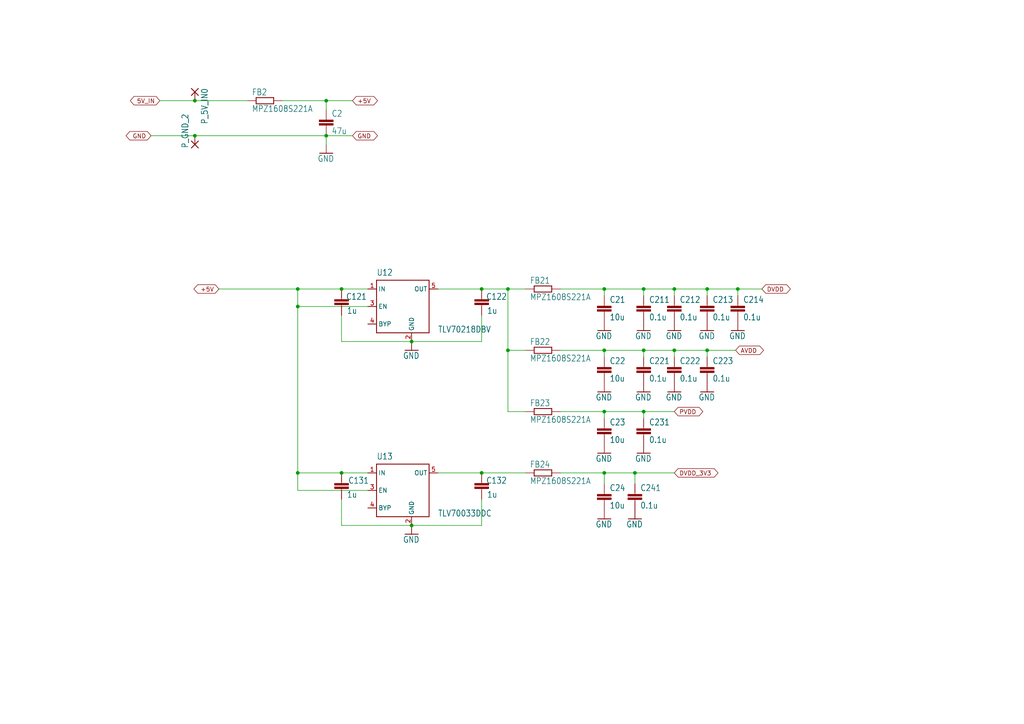
<source format=kicad_sch>
(kicad_sch (version 20211123) (generator eeschema)
  (paper "A4")
  (title_block (title "N64Adv2") (rev "v20231105") (company "Peter 'borti4938' Bartmann") (comment 1 "Schematic and PCB (c) 2021 - 2023 by Peter Bartmann") (comment 2 "N64Adv2_20231105") (comment 3 "Licensed under CERN-OHL-W v2"))
  (lib_symbols
    (symbol "n64adv2-eagle-import:C-EUC0603"
      (property "Reference" "C" (at 1.524 0.381 0))
      (property "Value" "C-EUC0603" (at 1.524 -4.699 0))
      (symbol "C-EUC0603_1_0"
        (rectangle (start -2.032 -2.032) (end 2.032 -1.524) (fill (type outline)))
        (rectangle (start -2.032 -1.016) (end 2.032 -0.508) (fill (type outline)))
        (polyline (pts (xy 0 -2.54) (xy 0 -2.032)) (stroke (width 0.1524)))
        (polyline (pts (xy 0 0) (xy 0 -0.508)) (stroke (width 0.1524)))
        (pin passive line (at 0 2.54 270) (length 2.54) (name "1") (number "1"))
        (pin passive line (at 0 -5.08 90) (length 2.54) (name "2") (number "2"))
      )
    )
    (symbol "n64adv2-eagle-import:C-EUC0805"
      (property "Reference" "C" (at 1.524 0.381 0))
      (property "Value" "C-EUC0805" (at 1.524 -4.699 0))
      (symbol "C-EUC0805_1_0"
        (rectangle (start -2.032 -2.032) (end 2.032 -1.524) (fill (type outline)))
        (rectangle (start -2.032 -1.016) (end 2.032 -0.508) (fill (type outline)))
        (polyline (pts (xy 0 -2.54) (xy 0 -2.032)) (stroke (width 0.1524)))
        (polyline (pts (xy 0 0) (xy 0 -0.508)) (stroke (width 0.1524)))
        (pin passive line (at 0 2.54 270) (length 2.54) (name "1") (number "1"))
        (pin passive line (at 0 -5.08 90) (length 2.54) (name "2") (number "2"))
      )
    )
    (symbol "n64adv2-eagle-import:GND" (power)
      (property "Value" "GND" (at -2.54 -2.54 0))
      (symbol "GND_1_0"
        (polyline (pts (xy -1.905 0) (xy 1.905 0)) (stroke (width 0.254)))
        (pin power_in line (at 0 2.54 270) (length 2.54) (name "GND") (number "1"))
      )
    )
    (symbol "n64adv2-eagle-import:MIC5219XX"
      (property "Reference" "IC" (at -7.62 8.89 0))
      (property "Value" "MIC5219XX" (at 10.16 -7.62 0))
      (symbol "MIC5219XX_1_0"
        (polyline (pts (xy -7.62 -7.62) (xy -7.62 7.62)) (stroke (width 0.254)))
        (polyline (pts (xy -7.62 7.62) (xy 7.62 7.62)) (stroke (width 0.254)))
        (polyline (pts (xy 7.62 -7.62) (xy -7.62 -7.62)) (stroke (width 0.254)))
        (polyline (pts (xy 7.62 7.62) (xy 7.62 -7.62)) (stroke (width 0.254)))
        (pin input line (at -10.16 5.08 0) (length 2.54) (name "IN") (number "1"))
        (pin power_in line (at 2.54 -10.16 90) (length 2.54) (name "GND") (number "2"))
        (pin input line (at -10.16 0 0) (length 2.54) (name "EN") (number "3"))
        (pin passive line (at -10.16 -5.08 0) (length 2.54) (name "BYP") (number "4"))
        (pin output line (at 10.16 5.08 180) (length 2.54) (name "OUT") (number "5"))
      )
    )
    (symbol "n64adv2-eagle-import:R-EU_R0603"
      (property "Reference" "R" (at -3.81 1.4986 0))
      (property "Value" "R-EU_R0603" (at -3.81 -3.302 0))
      (symbol "R-EU_R0603_1_0"
        (polyline (pts (xy -2.54 -0.889) (xy -2.54 0.889)) (stroke (width 0.254)))
        (polyline (pts (xy -2.54 -0.889) (xy 2.54 -0.889)) (stroke (width 0.254)))
        (polyline (pts (xy 2.54 -0.889) (xy 2.54 0.889)) (stroke (width 0.254)))
        (polyline (pts (xy 2.54 0.889) (xy -2.54 0.889)) (stroke (width 0.254)))
        (pin passive line (at -5.08 0 0) (length 2.54) (name "1") (number "1"))
        (pin passive line (at 5.08 0 180) (length 2.54) (name "2") (number "2"))
      )
    )
    (symbol "n64adv2-eagle-import:SMD2"
      (property "Reference" "PAD" (at -1.143 1.8542 0))
      (property "Value" "SMD2" (at -1.143 -3.302 0))
      (symbol "SMD2_1_0"
        (polyline (pts (xy -1.016 -1.016) (xy 1.016 1.016)) (stroke (width 0.254)))
        (polyline (pts (xy -1.016 1.016) (xy 1.016 -1.016)) (stroke (width 0.254)))
        (pin passive line (at 2.54 0 180) (length 2.54) (name "P") (number "1"))
      )
    )
  )
  (junction (at 94.615 39.37))
  (junction (at 186.69 101.6))
  (junction (at 213.995 83.82))
  (junction (at 205.105 83.82))
  (junction (at 147.32 101.6))
  (junction (at 139.7 137.16))
  (junction (at 139.7 83.82))
  (junction (at 56.515 39.37))
  (junction (at 195.58 83.82))
  (junction (at 184.15 137.16))
  (junction (at 195.58 101.6))
  (junction (at 99.06 137.16))
  (junction (at 205.105 101.6))
  (junction (at 99.06 83.82))
  (junction (at 175.26 101.6))
  (junction (at 86.36 137.16))
  (junction (at 86.36 88.9))
  (junction (at 186.69 119.38))
  (junction (at 86.36 83.82))
  (junction (at 175.26 83.82))
  (junction (at 119.38 152.4))
  (junction (at 186.69 83.82))
  (junction (at 94.615 29.21))
  (junction (at 175.26 119.38))
  (junction (at 119.38 99.06))
  (junction (at 147.32 83.82))
  (junction (at 56.515 29.21))
  (junction (at 175.26 137.16))
  (wire (pts (xy 186.69 119.38) (xy 186.69 121.285)))
  (wire (pts (xy 139.7 137.16) (xy 152.4 137.16)))
  (wire (pts (xy 94.615 41.91) (xy 94.615 39.37)))
  (wire (pts (xy 94.615 29.21) (xy 94.615 31.75)))
  (wire (pts (xy 119.38 99.06) (xy 99.06 99.06)))
  (wire (pts (xy 56.515 29.21) (xy 46.355 29.21)))
  (wire (pts (xy 186.69 101.6) (xy 195.58 101.6)))
  (wire (pts (xy 56.515 29.21) (xy 71.755 29.21)))
  (wire (pts (xy 139.7 152.4) (xy 139.7 144.78)))
  (wire (pts (xy 175.26 83.82) (xy 175.26 85.725)))
  (wire (pts (xy 205.105 101.6) (xy 195.58 101.6)))
  (wire (pts (xy 147.32 119.38) (xy 147.32 101.6)))
  (wire (pts (xy 119.38 152.4) (xy 139.7 152.4)))
  (wire (pts (xy 186.69 83.82) (xy 186.69 85.725)))
  (wire (pts (xy 205.105 83.82) (xy 205.105 85.725)))
  (wire (pts (xy 205.105 103.505) (xy 205.105 101.6)))
  (wire (pts (xy 175.26 101.6) (xy 175.26 103.505)))
  (wire (pts (xy 147.32 83.82) (xy 152.4 83.82)))
  (wire (pts (xy 186.69 119.38) (xy 195.58 119.38)))
  (wire (pts (xy 99.06 99.06) (xy 99.06 91.44)))
  (wire (pts (xy 184.15 137.16) (xy 195.58 137.16)))
  (wire (pts (xy 195.58 101.6) (xy 195.58 103.505)))
  (wire (pts (xy 175.26 119.38) (xy 186.69 119.38)))
  (wire (pts (xy 139.7 83.82) (xy 147.32 83.82)))
  (wire (pts (xy 81.915 29.21) (xy 94.615 29.21)))
  (wire (pts (xy 175.26 137.16) (xy 175.26 140.335)))
  (wire (pts (xy 99.06 152.4) (xy 99.06 144.78)))
  (wire (pts (xy 175.26 119.38) (xy 175.26 121.285)))
  (wire (pts (xy 106.68 88.9) (xy 86.36 88.9)))
  (wire (pts (xy 162.56 119.38) (xy 175.26 119.38)))
  (wire (pts (xy 152.4 101.6) (xy 147.32 101.6)))
  (wire (pts (xy 86.36 137.16) (xy 86.36 142.24)))
  (wire (pts (xy 175.26 83.82) (xy 186.69 83.82)))
  (wire (pts (xy 106.68 142.24) (xy 86.36 142.24)))
  (wire (pts (xy 94.615 29.21) (xy 102.235 29.21)))
  (wire (pts (xy 56.515 39.37) (xy 43.815 39.37)))
  (wire (pts (xy 205.105 101.6) (xy 213.36 101.6)))
  (wire (pts (xy 213.995 85.725) (xy 213.995 83.82)))
  (wire (pts (xy 139.7 91.44) (xy 139.7 99.06)))
  (wire (pts (xy 175.26 101.6) (xy 186.69 101.6)))
  (wire (pts (xy 99.06 83.82) (xy 86.36 83.82)))
  (wire (pts (xy 152.4 119.38) (xy 147.32 119.38)))
  (wire (pts (xy 56.515 39.37) (xy 94.615 39.37)))
  (wire (pts (xy 147.32 101.6) (xy 147.32 83.82)))
  (wire (pts (xy 106.68 137.16) (xy 99.06 137.16)))
  (wire (pts (xy 86.36 83.82) (xy 63.5 83.82)))
  (wire (pts (xy 99.06 137.16) (xy 86.36 137.16)))
  (wire (pts (xy 86.36 88.9) (xy 86.36 83.82)))
  (wire (pts (xy 86.36 137.16) (xy 86.36 88.9)))
  (wire (pts (xy 139.7 99.06) (xy 119.38 99.06)))
  (wire (pts (xy 127 83.82) (xy 139.7 83.82)))
  (wire (pts (xy 184.15 137.16) (xy 184.15 140.335)))
  (wire (pts (xy 127 137.16) (xy 139.7 137.16)))
  (wire (pts (xy 119.38 152.4) (xy 99.06 152.4)))
  (wire (pts (xy 162.56 83.82) (xy 175.26 83.82)))
  (wire (pts (xy 162.56 101.6) (xy 175.26 101.6)))
  (wire (pts (xy 205.105 83.82) (xy 213.995 83.82)))
  (wire (pts (xy 186.69 83.82) (xy 195.58 83.82)))
  (wire (pts (xy 195.58 85.725) (xy 195.58 83.82)))
  (wire (pts (xy 195.58 83.82) (xy 205.105 83.82)))
  (wire (pts (xy 94.615 39.37) (xy 102.235 39.37)))
  (wire (pts (xy 175.26 137.16) (xy 184.15 137.16)))
  (wire (pts (xy 186.69 101.6) (xy 186.69 103.505)))
  (wire (pts (xy 162.56 137.16) (xy 175.26 137.16)))
  (wire (pts (xy 213.995 83.82) (xy 220.98 83.82)))
  (wire (pts (xy 106.68 83.82) (xy 99.06 83.82)))
  (global_label "DVDD" (shape bidirectional) (at 220.98 83.82 0) (effects (font (size 1.2446 1.2446))) (property "Intersheet References" "${INTERSHEET_REFS}" (effects hide)))
  (global_label "PVDD" (shape bidirectional) (at 195.58 119.38 0) (effects (font (size 1.2446 1.2446))) (property "Intersheet References" "${INTERSHEET_REFS}" (effects hide)))
  (global_label "GND" (shape bidirectional) (at 43.815 39.37 180) (effects (font (size 1.2446 1.2446))) (property "Intersheet References" "${INTERSHEET_REFS}" (effects hide)))
  (global_label "+5V" (shape bidirectional) (at 63.5 83.82 180) (effects (font (size 1.2446 1.2446))) (property "Intersheet References" "${INTERSHEET_REFS}" (effects hide)))
  (global_label "AVDD" (shape bidirectional) (at 213.36 101.6 0) (effects (font (size 1.2446 1.2446))) (property "Intersheet References" "${INTERSHEET_REFS}" (effects hide)))
  (global_label "5V_IN" (shape bidirectional) (at 46.355 29.21 180) (effects (font (size 1.2446 1.2446))) (property "Intersheet References" "${INTERSHEET_REFS}" (effects hide)))
  (global_label "+5V" (shape bidirectional) (at 102.235 29.21 0) (effects (font (size 1.2446 1.2446))) (property "Intersheet References" "${INTERSHEET_REFS}" (effects hide)))
  (global_label "GND" (shape bidirectional) (at 102.235 39.37 0) (effects (font (size 1.2446 1.2446))) (property "Intersheet References" "${INTERSHEET_REFS}" (effects hide)))
  (global_label "DVDD_3V3" (shape bidirectional) (at 195.58 137.16 0) (effects (font (size 1.2446 1.2446))) (property "Intersheet References" "${INTERSHEET_REFS}" (effects hide)))
  (symbol (lib_id "n64adv2-eagle-import:C-EUC0805") (at 94.615 34.29 0) (unit 1)
    (property "Reference" "C2" (at 96.139 33.909 0) (effects (font (size 1.778 1.5113)) (justify left bottom)))
    (property "Value" "47u" (at 96.139 38.989 0) (effects (font (size 1.778 1.5113)) (justify left bottom)))
    (property "Footprint" "n64adv2:C0805" (effects hide))
  )
  (symbol (lib_id "n64adv2-eagle-import:GND") (at 186.69 113.665 0) (unit 1)
    (property "Reference" "#GND0131" (effects hide))
    (property "Value" "GND" (at 184.15 116.205 0) (effects (font (size 1.778 1.5113)) (justify left bottom)))
    (property "Footprint" "n64adv2:" (effects hide))
  )
  (symbol (lib_id "n64adv2-eagle-import:GND") (at 119.38 154.94 0) (unit 1)
    (property "Reference" "#GND09" (effects hide))
    (property "Value" "GND" (at 116.84 157.48 0) (effects (font (size 1.778 1.5113)) (justify left bottom)))
    (property "Footprint" "n64adv2:" (effects hide))
  )
  (symbol (lib_id "n64adv2-eagle-import:GND") (at 184.15 150.495 0) (unit 1)
    (property "Reference" "#GND0130" (effects hide))
    (property "Value" "GND" (at 181.61 153.035 0) (effects (font (size 1.778 1.5113)) (justify left bottom)))
    (property "Footprint" "n64adv2:" (effects hide))
  )
  (symbol (lib_id "n64adv2-eagle-import:C-EUC0603") (at 195.58 106.045 0) (unit 1)
    (property "Reference" "C222" (at 197.104 105.664 0) (effects (font (size 1.778 1.5113)) (justify left bottom)))
    (property "Value" "0.1u" (at 197.104 110.744 0) (effects (font (size 1.778 1.5113)) (justify left bottom)))
    (property "Footprint" "n64adv2:C0603" (effects hide))
  )
  (symbol (lib_id "n64adv2-eagle-import:C-EUC0603") (at 205.105 106.045 0) (unit 1)
    (property "Reference" "C223" (at 206.629 105.664 0) (effects (font (size 1.778 1.5113)) (justify left bottom)))
    (property "Value" "0.1u" (at 206.629 110.744 0) (effects (font (size 1.778 1.5113)) (justify left bottom)))
    (property "Footprint" "n64adv2:C0603" (effects hide))
  )
  (symbol (lib_id "n64adv2-eagle-import:GND") (at 195.58 113.665 0) (unit 1)
    (property "Reference" "#GND0132" (effects hide))
    (property "Value" "GND" (at 193.04 116.205 0) (effects (font (size 1.778 1.5113)) (justify left bottom)))
    (property "Footprint" "n64adv2:" (effects hide))
  )
  (symbol (lib_id "n64adv2-eagle-import:R-EU_R0603") (at 76.835 29.21 0) (unit 1)
    (property "Reference" "FB2" (at 73.025 27.7114 0) (effects (font (size 1.778 1.5113)) (justify left bottom)))
    (property "Value" "MPZ1608S221A" (at 73.025 32.512 0) (effects (font (size 1.778 1.5113)) (justify left bottom)))
    (property "Footprint" "n64adv2:R0603" (effects hide))
  )
  (symbol (lib_id "n64adv2-eagle-import:GND") (at 94.615 44.45 0) (unit 1)
    (property "Reference" "#GND017" (effects hide))
    (property "Value" "GND" (at 92.075 46.99 0) (effects (font (size 1.778 1.5113)) (justify left bottom)))
    (property "Footprint" "n64adv2:" (effects hide))
  )
  (symbol (lib_id "n64adv2-eagle-import:C-EUC0603") (at 186.69 106.045 0) (unit 1)
    (property "Reference" "C221" (at 188.214 105.664 0) (effects (font (size 1.778 1.5113)) (justify left bottom)))
    (property "Value" "0.1u" (at 188.214 110.744 0) (effects (font (size 1.778 1.5113)) (justify left bottom)))
    (property "Footprint" "n64adv2:C0603" (effects hide))
  )
  (symbol (lib_id "n64adv2-eagle-import:C-EUC0805") (at 175.26 142.875 0) (unit 1)
    (property "Reference" "C24" (at 176.784 142.494 0) (effects (font (size 1.778 1.5113)) (justify left bottom)))
    (property "Value" "10u" (at 176.784 147.574 0) (effects (font (size 1.778 1.5113)) (justify left bottom)))
    (property "Footprint" "n64adv2:C0805" (effects hide))
  )
  (symbol (lib_id "n64adv2-eagle-import:C-EUC0603") (at 213.995 88.265 0) (unit 1)
    (property "Reference" "C214" (at 215.519 87.884 0) (effects (font (size 1.778 1.5113)) (justify left bottom)))
    (property "Value" "0.1u" (at 215.519 92.964 0) (effects (font (size 1.778 1.5113)) (justify left bottom)))
    (property "Footprint" "n64adv2:C0603" (effects hide))
  )
  (symbol (lib_id "n64adv2-eagle-import:C-EUC0603") (at 184.15 142.875 0) (unit 1)
    (property "Reference" "C241" (at 185.674 142.494 0) (effects (font (size 1.778 1.5113)) (justify left bottom)))
    (property "Value" "0.1u" (at 185.674 147.574 0) (effects (font (size 1.778 1.5113)) (justify left bottom)))
    (property "Footprint" "n64adv2:C0603" (effects hide))
  )
  (symbol (lib_id "n64adv2-eagle-import:SMD2") (at 56.515 26.67 270) (unit 1) (in_bom no)
    (property "Reference" "P_5V_IN0" (at 58.3692 25.527 0) (effects (font (size 1.778 1.5113)) (justify left bottom)))
    (property "Value" "SMD2" (effects hide))
    (property "Footprint" "n64adv2:SMD1,27-2,54" (effects hide))
  )
  (symbol (lib_id "n64adv2-eagle-import:MIC5219XX") (at 116.84 88.9 0) (unit 1)
    (property "Reference" "U12" (at 109.22 80.01 0) (effects (font (size 1.778 1.5113)) (justify left bottom)))
    (property "Value" "TLV70218DBV" (at 127 96.52 0) (effects (font (size 1.778 1.5113)) (justify left bottom)))
    (property "Footprint" "n64adv2:SOT23-5" (effects hide))
  )
  (symbol (lib_id "n64adv2-eagle-import:SMD2") (at 56.515 41.91 90) (unit 1) (in_bom no)
    (property "Reference" "P_GND_2" (at 54.6608 43.053 0) (effects (font (size 1.778 1.5113)) (justify left bottom)))
    (property "Value" "SMD2" (effects hide))
    (property "Footprint" "n64adv2:SMD1,27-2,54" (effects hide))
  )
  (symbol (lib_id "n64adv2-eagle-import:R-EU_R0603") (at 157.48 101.6 0) (unit 1)
    (property "Reference" "FB22" (at 153.67 100.1014 0) (effects (font (size 1.778 1.5113)) (justify left bottom)))
    (property "Value" "MPZ1608S221A" (at 153.67 104.902 0) (effects (font (size 1.778 1.5113)) (justify left bottom)))
    (property "Footprint" "n64adv2:R0603" (effects hide))
  )
  (symbol (lib_id "n64adv2-eagle-import:C-EUC0805") (at 175.26 88.265 0) (unit 1)
    (property "Reference" "C21" (at 176.784 87.884 0) (effects (font (size 1.778 1.5113)) (justify left bottom)))
    (property "Value" "10u" (at 176.784 92.964 0) (effects (font (size 1.778 1.5113)) (justify left bottom)))
    (property "Footprint" "n64adv2:C0805" (effects hide))
  )
  (symbol (lib_id "n64adv2-eagle-import:R-EU_R0603") (at 157.48 137.16 0) (unit 1)
    (property "Reference" "FB24" (at 153.67 135.6614 0) (effects (font (size 1.778 1.5113)) (justify left bottom)))
    (property "Value" "MPZ1608S221A" (at 153.67 140.462 0) (effects (font (size 1.778 1.5113)) (justify left bottom)))
    (property "Footprint" "n64adv2:R0603" (effects hide))
  )
  (symbol (lib_id "n64adv2-eagle-import:C-EUC0603") (at 99.06 86.36 0) (unit 1)
    (property "Reference" "C121" (at 100.33 86.995 0) (effects (font (size 1.778 1.5113)) (justify left bottom)))
    (property "Value" "1u" (at 100.584 91.059 0) (effects (font (size 1.778 1.5113)) (justify left bottom)))
    (property "Footprint" "n64adv2:C0603" (effects hide))
  )
  (symbol (lib_id "n64adv2-eagle-import:C-EUC0603") (at 195.58 88.265 0) (unit 1)
    (property "Reference" "C212" (at 197.104 87.884 0) (effects (font (size 1.778 1.5113)) (justify left bottom)))
    (property "Value" "0.1u" (at 197.104 92.964 0) (effects (font (size 1.778 1.5113)) (justify left bottom)))
    (property "Footprint" "n64adv2:C0603" (effects hide))
  )
  (symbol (lib_id "n64adv2-eagle-import:GND") (at 175.26 150.495 0) (unit 1)
    (property "Reference" "#GND011" (effects hide))
    (property "Value" "GND" (at 172.72 153.035 0) (effects (font (size 1.778 1.5113)) (justify left bottom)))
    (property "Footprint" "n64adv2:" (effects hide))
  )
  (symbol (lib_id "n64adv2-eagle-import:C-EUC0603") (at 139.7 139.7 0) (unit 1)
    (property "Reference" "C132" (at 140.97 140.335 0) (effects (font (size 1.778 1.5113)) (justify left bottom)))
    (property "Value" "1u" (at 141.224 144.399 0) (effects (font (size 1.778 1.5113)) (justify left bottom)))
    (property "Footprint" "n64adv2:C0603" (effects hide))
  )
  (symbol (lib_id "n64adv2-eagle-import:GND") (at 119.38 101.6 0) (unit 1)
    (property "Reference" "#GND010" (effects hide))
    (property "Value" "GND" (at 116.84 104.14 0) (effects (font (size 1.778 1.5113)) (justify left bottom)))
    (property "Footprint" "n64adv2:" (effects hide))
  )
  (symbol (lib_id "n64adv2-eagle-import:R-EU_R0603") (at 157.48 119.38 0) (unit 1)
    (property "Reference" "FB23" (at 153.67 117.8814 0) (effects (font (size 1.778 1.5113)) (justify left bottom)))
    (property "Value" "MPZ1608S221A" (at 153.67 122.682 0) (effects (font (size 1.778 1.5113)) (justify left bottom)))
    (property "Footprint" "n64adv2:R0603" (effects hide))
  )
  (symbol (lib_id "n64adv2-eagle-import:GND") (at 195.58 95.885 0) (unit 1)
    (property "Reference" "#GND0126" (effects hide))
    (property "Value" "GND" (at 193.04 98.425 0) (effects (font (size 1.778 1.5113)) (justify left bottom)))
    (property "Footprint" "n64adv2:" (effects hide))
  )
  (symbol (lib_id "n64adv2-eagle-import:GND") (at 186.69 95.885 0) (unit 1)
    (property "Reference" "#GND0129" (effects hide))
    (property "Value" "GND" (at 184.15 98.425 0) (effects (font (size 1.778 1.5113)) (justify left bottom)))
    (property "Footprint" "n64adv2:" (effects hide))
  )
  (symbol (lib_id "n64adv2-eagle-import:GND") (at 175.26 95.885 0) (unit 1)
    (property "Reference" "#GND012" (effects hide))
    (property "Value" "GND" (at 172.72 98.425 0) (effects (font (size 1.778 1.5113)) (justify left bottom)))
    (property "Footprint" "n64adv2:" (effects hide))
  )
  (symbol (lib_id "n64adv2-eagle-import:C-EUC0805") (at 175.26 106.045 0) (unit 1)
    (property "Reference" "C22" (at 176.784 105.664 0) (effects (font (size 1.778 1.5113)) (justify left bottom)))
    (property "Value" "10u" (at 176.784 110.744 0) (effects (font (size 1.778 1.5113)) (justify left bottom)))
    (property "Footprint" "n64adv2:C0805" (effects hide))
  )
  (symbol (lib_id "n64adv2-eagle-import:C-EUC0805") (at 175.26 123.825 0) (unit 1)
    (property "Reference" "C23" (at 176.784 123.444 0) (effects (font (size 1.778 1.5113)) (justify left bottom)))
    (property "Value" "10u" (at 176.784 128.524 0) (effects (font (size 1.778 1.5113)) (justify left bottom)))
    (property "Footprint" "n64adv2:C0805" (effects hide))
  )
  (symbol (lib_id "n64adv2-eagle-import:C-EUC0603") (at 99.06 139.7 0) (unit 1)
    (property "Reference" "C131" (at 100.965 140.335 0) (effects (font (size 1.778 1.5113)) (justify left bottom)))
    (property "Value" "1u" (at 100.584 144.399 0) (effects (font (size 1.778 1.5113)) (justify left bottom)))
    (property "Footprint" "n64adv2:C0603" (effects hide))
  )
  (symbol (lib_id "n64adv2-eagle-import:GND") (at 175.26 131.445 0) (unit 1)
    (property "Reference" "#GND014" (effects hide))
    (property "Value" "GND" (at 172.72 133.985 0) (effects (font (size 1.778 1.5113)) (justify left bottom)))
    (property "Footprint" "n64adv2:" (effects hide))
  )
  (symbol (lib_id "n64adv2-eagle-import:GND") (at 186.69 131.445 0) (unit 1)
    (property "Reference" "#GND0134" (effects hide))
    (property "Value" "GND" (at 184.15 133.985 0) (effects (font (size 1.778 1.5113)) (justify left bottom)))
    (property "Footprint" "n64adv2:" (effects hide))
  )
  (symbol (lib_id "n64adv2-eagle-import:C-EUC0603") (at 186.69 123.825 0) (unit 1)
    (property "Reference" "C231" (at 188.214 123.444 0) (effects (font (size 1.778 1.5113)) (justify left bottom)))
    (property "Value" "0.1u" (at 188.214 128.524 0) (effects (font (size 1.778 1.5113)) (justify left bottom)))
    (property "Footprint" "n64adv2:C0603" (effects hide))
  )
  (symbol (lib_id "n64adv2-eagle-import:GND") (at 213.995 95.885 0) (unit 1)
    (property "Reference" "#GND0128" (effects hide))
    (property "Value" "GND" (at 211.455 98.425 0) (effects (font (size 1.778 1.5113)) (justify left bottom)))
    (property "Footprint" "n64adv2:" (effects hide))
  )
  (symbol (lib_id "n64adv2-eagle-import:C-EUC0603") (at 139.7 86.36 0) (unit 1)
    (property "Reference" "C122" (at 140.97 86.995 0) (effects (font (size 1.778 1.5113)) (justify left bottom)))
    (property "Value" "1u" (at 141.224 91.059 0) (effects (font (size 1.778 1.5113)) (justify left bottom)))
    (property "Footprint" "n64adv2:C0603" (effects hide))
  )
  (symbol (lib_id "n64adv2-eagle-import:GND") (at 175.26 113.665 0) (unit 1)
    (property "Reference" "#GND013" (effects hide))
    (property "Value" "GND" (at 172.72 116.205 0) (effects (font (size 1.778 1.5113)) (justify left bottom)))
    (property "Footprint" "n64adv2:" (effects hide))
  )
  (symbol (lib_id "n64adv2-eagle-import:GND") (at 205.105 113.665 0) (unit 1)
    (property "Reference" "#GND0133" (effects hide))
    (property "Value" "GND" (at 202.565 116.205 0) (effects (font (size 1.778 1.5113)) (justify left bottom)))
    (property "Footprint" "n64adv2:" (effects hide))
  )
  (symbol (lib_id "n64adv2-eagle-import:C-EUC0603") (at 205.105 88.265 0) (unit 1)
    (property "Reference" "C213" (at 206.629 87.884 0) (effects (font (size 1.778 1.5113)) (justify left bottom)))
    (property "Value" "0.1u" (at 206.629 92.964 0) (effects (font (size 1.778 1.5113)) (justify left bottom)))
    (property "Footprint" "n64adv2:C0603" (effects hide))
  )
  (symbol (lib_id "n64adv2-eagle-import:MIC5219XX") (at 116.84 142.24 0) (unit 1)
    (property "Reference" "U13" (at 109.22 133.35 0) (effects (font (size 1.778 1.5113)) (justify left bottom)))
    (property "Value" "TLV70033DDC" (at 127 149.86 0) (effects (font (size 1.778 1.5113)) (justify left bottom)))
    (property "Footprint" "n64adv2:SOT23-5" (effects hide))
  )
  (symbol (lib_id "n64adv2-eagle-import:C-EUC0603") (at 186.69 88.265 0) (unit 1)
    (property "Reference" "C211" (at 188.214 87.884 0) (effects (font (size 1.778 1.5113)) (justify left bottom)))
    (property "Value" "0.1u" (at 188.214 92.964 0) (effects (font (size 1.778 1.5113)) (justify left bottom)))
    (property "Footprint" "n64adv2:C0603" (effects hide))
  )
  (symbol (lib_id "n64adv2-eagle-import:R-EU_R0603") (at 157.48 83.82 0) (unit 1)
    (property "Reference" "FB21" (at 153.67 82.3214 0) (effects (font (size 1.778 1.5113)) (justify left bottom)))
    (property "Value" "MPZ1608S221A" (at 153.67 87.122 0) (effects (font (size 1.778 1.5113)) (justify left bottom)))
    (property "Footprint" "n64adv2:R0603" (effects hide))
  )
  (symbol (lib_id "n64adv2-eagle-import:GND") (at 205.105 95.885 0) (unit 1)
    (property "Reference" "#GND0127" (effects hide))
    (property "Value" "GND" (at 202.565 98.425 0) (effects (font (size 1.778 1.5113)) (justify left bottom)))
    (property "Footprint" "n64adv2:" (effects hide))
  )
)
</source>
